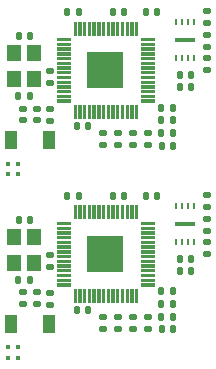
<source format=gtp>
G04 #@! TF.GenerationSoftware,KiCad,Pcbnew,7.0.2-6a45011f42~172~ubuntu22.04.1*
G04 #@! TF.CreationDate,2023-05-25T04:58:00+08:00*
G04 #@! TF.ProjectId,panel_2_1,70616e65-6c5f-4325-9f31-2e6b69636164,rev?*
G04 #@! TF.SameCoordinates,Original*
G04 #@! TF.FileFunction,Paste,Top*
G04 #@! TF.FilePolarity,Positive*
%FSLAX46Y46*%
G04 Gerber Fmt 4.6, Leading zero omitted, Abs format (unit mm)*
G04 Created by KiCad (PCBNEW 7.0.2-6a45011f42~172~ubuntu22.04.1) date 2023-05-25 04:58:00*
%MOMM*%
%LPD*%
G01*
G04 APERTURE LIST*
G04 Aperture macros list*
%AMRoundRect*
0 Rectangle with rounded corners*
0 $1 Rounding radius*
0 $2 $3 $4 $5 $6 $7 $8 $9 X,Y pos of 4 corners*
0 Add a 4 corners polygon primitive as box body*
4,1,4,$2,$3,$4,$5,$6,$7,$8,$9,$2,$3,0*
0 Add four circle primitives for the rounded corners*
1,1,$1+$1,$2,$3*
1,1,$1+$1,$4,$5*
1,1,$1+$1,$6,$7*
1,1,$1+$1,$8,$9*
0 Add four rect primitives between the rounded corners*
20,1,$1+$1,$2,$3,$4,$5,0*
20,1,$1+$1,$4,$5,$6,$7,0*
20,1,$1+$1,$6,$7,$8,$9,0*
20,1,$1+$1,$8,$9,$2,$3,0*%
G04 Aperture macros list end*
%ADD10C,0.120000*%
%ADD11RoundRect,0.135000X-0.185000X0.135000X-0.185000X-0.135000X0.185000X-0.135000X0.185000X0.135000X0*%
%ADD12RoundRect,0.140000X-0.140000X-0.170000X0.140000X-0.170000X0.140000X0.170000X-0.140000X0.170000X0*%
%ADD13R,0.450000X0.450000*%
%ADD14R,0.200000X1.100000*%
%ADD15R,1.100000X0.200000*%
%ADD16R,3.100000X3.100000*%
%ADD17R,0.280000X0.600000*%
%ADD18R,1.700000X0.300000*%
%ADD19RoundRect,0.135000X0.185000X-0.135000X0.185000X0.135000X-0.185000X0.135000X-0.185000X-0.135000X0*%
%ADD20R,1.000000X1.524000*%
%ADD21RoundRect,0.140000X-0.170000X0.140000X-0.170000X-0.140000X0.170000X-0.140000X0.170000X0.140000X0*%
%ADD22RoundRect,0.140000X0.140000X0.170000X-0.140000X0.170000X-0.140000X-0.170000X0.140000X-0.170000X0*%
%ADD23RoundRect,0.135000X-0.135000X-0.185000X0.135000X-0.185000X0.135000X0.185000X-0.135000X0.185000X0*%
%ADD24R,1.200000X1.400000*%
G04 APERTURE END LIST*
G04 #@! TO.C,U1*
D10*
X37400000Y-22355000D02*
X37200000Y-22355000D01*
X37200000Y-21255000D01*
X37400000Y-21255000D01*
X37400000Y-22355000D01*
G36*
X37400000Y-22355000D02*
G01*
X37200000Y-22355000D01*
X37200000Y-21255000D01*
X37400000Y-21255000D01*
X37400000Y-22355000D01*
G37*
X37000000Y-22355000D02*
X36800000Y-22355000D01*
X36800000Y-21255000D01*
X37000000Y-21255000D01*
X37000000Y-22355000D01*
G36*
X37000000Y-22355000D02*
G01*
X36800000Y-22355000D01*
X36800000Y-21255000D01*
X37000000Y-21255000D01*
X37000000Y-22355000D01*
G37*
X36600000Y-22355000D02*
X36400000Y-22355000D01*
X36400000Y-21255000D01*
X36600000Y-21255000D01*
X36600000Y-22355000D01*
G36*
X36600000Y-22355000D02*
G01*
X36400000Y-22355000D01*
X36400000Y-21255000D01*
X36600000Y-21255000D01*
X36600000Y-22355000D01*
G37*
X36200000Y-22355000D02*
X36000000Y-22355000D01*
X36000000Y-21255000D01*
X36200000Y-21255000D01*
X36200000Y-22355000D01*
G36*
X36200000Y-22355000D02*
G01*
X36000000Y-22355000D01*
X36000000Y-21255000D01*
X36200000Y-21255000D01*
X36200000Y-22355000D01*
G37*
X35800000Y-22355000D02*
X35600000Y-22355000D01*
X35600000Y-21255000D01*
X35800000Y-21255000D01*
X35800000Y-22355000D01*
G36*
X35800000Y-22355000D02*
G01*
X35600000Y-22355000D01*
X35600000Y-21255000D01*
X35800000Y-21255000D01*
X35800000Y-22355000D01*
G37*
X35400000Y-22355000D02*
X35200000Y-22355000D01*
X35200000Y-21255000D01*
X35400000Y-21255000D01*
X35400000Y-22355000D01*
G36*
X35400000Y-22355000D02*
G01*
X35200000Y-22355000D01*
X35200000Y-21255000D01*
X35400000Y-21255000D01*
X35400000Y-22355000D01*
G37*
X35000000Y-22355000D02*
X34800000Y-22355000D01*
X34800000Y-21255000D01*
X35000000Y-21255000D01*
X35000000Y-22355000D01*
G36*
X35000000Y-22355000D02*
G01*
X34800000Y-22355000D01*
X34800000Y-21255000D01*
X35000000Y-21255000D01*
X35000000Y-22355000D01*
G37*
X34200000Y-22355000D02*
X34000000Y-22355000D01*
X34000000Y-21255000D01*
X34200000Y-21255000D01*
X34200000Y-22355000D01*
G36*
X34200000Y-22355000D02*
G01*
X34000000Y-22355000D01*
X34000000Y-21255000D01*
X34200000Y-21255000D01*
X34200000Y-22355000D01*
G37*
X33800000Y-22355000D02*
X33600000Y-22355000D01*
X33600000Y-21255000D01*
X33800000Y-21255000D01*
X33800000Y-22355000D01*
G36*
X33800000Y-22355000D02*
G01*
X33600000Y-22355000D01*
X33600000Y-21255000D01*
X33800000Y-21255000D01*
X33800000Y-22355000D01*
G37*
X33400000Y-22355000D02*
X33200000Y-22355000D01*
X33200000Y-21255000D01*
X33400000Y-21255000D01*
X33400000Y-22355000D01*
G36*
X33400000Y-22355000D02*
G01*
X33200000Y-22355000D01*
X33200000Y-21255000D01*
X33400000Y-21255000D01*
X33400000Y-22355000D01*
G37*
X33000000Y-22355000D02*
X32800000Y-22355000D01*
X32800000Y-21255000D01*
X33000000Y-21255000D01*
X33000000Y-22355000D01*
G36*
X33000000Y-22355000D02*
G01*
X32800000Y-22355000D01*
X32800000Y-21255000D01*
X33000000Y-21255000D01*
X33000000Y-22355000D01*
G37*
X32600000Y-22355000D02*
X32400000Y-22355000D01*
X32400000Y-21255000D01*
X32600000Y-21255000D01*
X32600000Y-22355000D01*
G36*
X32600000Y-22355000D02*
G01*
X32400000Y-22355000D01*
X32400000Y-21255000D01*
X32600000Y-21255000D01*
X32600000Y-22355000D01*
G37*
X32200000Y-22355000D02*
X32000000Y-22355000D01*
X32000000Y-21255000D01*
X32200000Y-21255000D01*
X32200000Y-22355000D01*
G36*
X32200000Y-22355000D02*
G01*
X32000000Y-22355000D01*
X32000000Y-21255000D01*
X32200000Y-21255000D01*
X32200000Y-22355000D01*
G37*
X34600000Y-22355000D02*
X34400000Y-22355000D01*
X34400000Y-21255000D01*
X34600000Y-21255000D01*
X34600000Y-22355000D01*
G36*
X34600000Y-22355000D02*
G01*
X34400000Y-22355000D01*
X34400000Y-21255000D01*
X34600000Y-21255000D01*
X34600000Y-22355000D01*
G37*
X38800000Y-22855000D02*
X37700000Y-22855000D01*
X37700000Y-22655000D01*
X38800000Y-22655000D01*
X38800000Y-22855000D01*
G36*
X38800000Y-22855000D02*
G01*
X37700000Y-22855000D01*
X37700000Y-22655000D01*
X38800000Y-22655000D01*
X38800000Y-22855000D01*
G37*
X31700000Y-22855000D02*
X30600000Y-22855000D01*
X30600000Y-22655000D01*
X31700000Y-22655000D01*
X31700000Y-22855000D01*
G36*
X31700000Y-22855000D02*
G01*
X30600000Y-22855000D01*
X30600000Y-22655000D01*
X31700000Y-22655000D01*
X31700000Y-22855000D01*
G37*
X38800000Y-23255000D02*
X37700000Y-23255000D01*
X37700000Y-23055000D01*
X38800000Y-23055000D01*
X38800000Y-23255000D01*
G36*
X38800000Y-23255000D02*
G01*
X37700000Y-23255000D01*
X37700000Y-23055000D01*
X38800000Y-23055000D01*
X38800000Y-23255000D01*
G37*
X31700000Y-23255000D02*
X30600000Y-23255000D01*
X30600000Y-23055000D01*
X31700000Y-23055000D01*
X31700000Y-23255000D01*
G36*
X31700000Y-23255000D02*
G01*
X30600000Y-23255000D01*
X30600000Y-23055000D01*
X31700000Y-23055000D01*
X31700000Y-23255000D01*
G37*
X31700000Y-23655000D02*
X30600000Y-23655000D01*
X30600000Y-23455000D01*
X31700000Y-23455000D01*
X31700000Y-23655000D01*
G36*
X31700000Y-23655000D02*
G01*
X30600000Y-23655000D01*
X30600000Y-23455000D01*
X31700000Y-23455000D01*
X31700000Y-23655000D01*
G37*
X38800000Y-23655000D02*
X37700000Y-23655000D01*
X37700000Y-23455000D01*
X38800000Y-23455000D01*
X38800000Y-23655000D01*
G36*
X38800000Y-23655000D02*
G01*
X37700000Y-23655000D01*
X37700000Y-23455000D01*
X38800000Y-23455000D01*
X38800000Y-23655000D01*
G37*
X31700000Y-24055000D02*
X30600000Y-24055000D01*
X30600000Y-23855000D01*
X31700000Y-23855000D01*
X31700000Y-24055000D01*
G36*
X31700000Y-24055000D02*
G01*
X30600000Y-24055000D01*
X30600000Y-23855000D01*
X31700000Y-23855000D01*
X31700000Y-24055000D01*
G37*
X38800000Y-24055000D02*
X37700000Y-24055000D01*
X37700000Y-23855000D01*
X38800000Y-23855000D01*
X38800000Y-24055000D01*
G36*
X38800000Y-24055000D02*
G01*
X37700000Y-24055000D01*
X37700000Y-23855000D01*
X38800000Y-23855000D01*
X38800000Y-24055000D01*
G37*
X35940000Y-26595000D02*
X33460000Y-26595000D01*
X33460000Y-24115000D01*
X35940000Y-24115000D01*
X35940000Y-26595000D01*
G36*
X35940000Y-26595000D02*
G01*
X33460000Y-26595000D01*
X33460000Y-24115000D01*
X35940000Y-24115000D01*
X35940000Y-26595000D01*
G37*
X38800000Y-24455000D02*
X37700000Y-24455000D01*
X37700000Y-24255000D01*
X38800000Y-24255000D01*
X38800000Y-24455000D01*
G36*
X38800000Y-24455000D02*
G01*
X37700000Y-24455000D01*
X37700000Y-24255000D01*
X38800000Y-24255000D01*
X38800000Y-24455000D01*
G37*
X31700000Y-24455000D02*
X30600000Y-24455000D01*
X30600000Y-24255000D01*
X31700000Y-24255000D01*
X31700000Y-24455000D01*
G36*
X31700000Y-24455000D02*
G01*
X30600000Y-24455000D01*
X30600000Y-24255000D01*
X31700000Y-24255000D01*
X31700000Y-24455000D01*
G37*
X31700000Y-24855000D02*
X30600000Y-24855000D01*
X30600000Y-24655000D01*
X31700000Y-24655000D01*
X31700000Y-24855000D01*
G36*
X31700000Y-24855000D02*
G01*
X30600000Y-24855000D01*
X30600000Y-24655000D01*
X31700000Y-24655000D01*
X31700000Y-24855000D01*
G37*
X38800000Y-24855000D02*
X37700000Y-24855000D01*
X37700000Y-24655000D01*
X38800000Y-24655000D01*
X38800000Y-24855000D01*
G36*
X38800000Y-24855000D02*
G01*
X37700000Y-24855000D01*
X37700000Y-24655000D01*
X38800000Y-24655000D01*
X38800000Y-24855000D01*
G37*
X31700000Y-25255000D02*
X30600000Y-25255000D01*
X30600000Y-25055000D01*
X31700000Y-25055000D01*
X31700000Y-25255000D01*
G36*
X31700000Y-25255000D02*
G01*
X30600000Y-25255000D01*
X30600000Y-25055000D01*
X31700000Y-25055000D01*
X31700000Y-25255000D01*
G37*
X38800000Y-25255000D02*
X37700000Y-25255000D01*
X37700000Y-25055000D01*
X38800000Y-25055000D01*
X38800000Y-25255000D01*
G36*
X38800000Y-25255000D02*
G01*
X37700000Y-25255000D01*
X37700000Y-25055000D01*
X38800000Y-25055000D01*
X38800000Y-25255000D01*
G37*
X38800000Y-25655000D02*
X37700000Y-25655000D01*
X37700000Y-25455000D01*
X38800000Y-25455000D01*
X38800000Y-25655000D01*
G36*
X38800000Y-25655000D02*
G01*
X37700000Y-25655000D01*
X37700000Y-25455000D01*
X38800000Y-25455000D01*
X38800000Y-25655000D01*
G37*
X31700000Y-25655000D02*
X30600000Y-25655000D01*
X30600000Y-25455000D01*
X31700000Y-25455000D01*
X31700000Y-25655000D01*
G36*
X31700000Y-25655000D02*
G01*
X30600000Y-25655000D01*
X30600000Y-25455000D01*
X31700000Y-25455000D01*
X31700000Y-25655000D01*
G37*
X38800000Y-26055000D02*
X37700000Y-26055000D01*
X37700000Y-25855000D01*
X38800000Y-25855000D01*
X38800000Y-26055000D01*
G36*
X38800000Y-26055000D02*
G01*
X37700000Y-26055000D01*
X37700000Y-25855000D01*
X38800000Y-25855000D01*
X38800000Y-26055000D01*
G37*
X31700000Y-26055000D02*
X30600000Y-26055000D01*
X30600000Y-25855000D01*
X31700000Y-25855000D01*
X31700000Y-26055000D01*
G36*
X31700000Y-26055000D02*
G01*
X30600000Y-26055000D01*
X30600000Y-25855000D01*
X31700000Y-25855000D01*
X31700000Y-26055000D01*
G37*
X31700000Y-26455000D02*
X30600000Y-26455000D01*
X30600000Y-26255000D01*
X31700000Y-26255000D01*
X31700000Y-26455000D01*
G36*
X31700000Y-26455000D02*
G01*
X30600000Y-26455000D01*
X30600000Y-26255000D01*
X31700000Y-26255000D01*
X31700000Y-26455000D01*
G37*
X38800000Y-26455000D02*
X37700000Y-26455000D01*
X37700000Y-26255000D01*
X38800000Y-26255000D01*
X38800000Y-26455000D01*
G36*
X38800000Y-26455000D02*
G01*
X37700000Y-26455000D01*
X37700000Y-26255000D01*
X38800000Y-26255000D01*
X38800000Y-26455000D01*
G37*
X31700000Y-26855000D02*
X30600000Y-26855000D01*
X30600000Y-26655000D01*
X31700000Y-26655000D01*
X31700000Y-26855000D01*
G36*
X31700000Y-26855000D02*
G01*
X30600000Y-26855000D01*
X30600000Y-26655000D01*
X31700000Y-26655000D01*
X31700000Y-26855000D01*
G37*
X38800000Y-26855000D02*
X37700000Y-26855000D01*
X37700000Y-26655000D01*
X38800000Y-26655000D01*
X38800000Y-26855000D01*
G36*
X38800000Y-26855000D02*
G01*
X37700000Y-26855000D01*
X37700000Y-26655000D01*
X38800000Y-26655000D01*
X38800000Y-26855000D01*
G37*
X31700000Y-27255000D02*
X30600000Y-27255000D01*
X30600000Y-27055000D01*
X31700000Y-27055000D01*
X31700000Y-27255000D01*
G36*
X31700000Y-27255000D02*
G01*
X30600000Y-27255000D01*
X30600000Y-27055000D01*
X31700000Y-27055000D01*
X31700000Y-27255000D01*
G37*
X38800000Y-27255000D02*
X37700000Y-27255000D01*
X37700000Y-27055000D01*
X38800000Y-27055000D01*
X38800000Y-27255000D01*
G36*
X38800000Y-27255000D02*
G01*
X37700000Y-27255000D01*
X37700000Y-27055000D01*
X38800000Y-27055000D01*
X38800000Y-27255000D01*
G37*
X38800000Y-27655000D02*
X37700000Y-27655000D01*
X37700000Y-27455000D01*
X38800000Y-27455000D01*
X38800000Y-27655000D01*
G36*
X38800000Y-27655000D02*
G01*
X37700000Y-27655000D01*
X37700000Y-27455000D01*
X38800000Y-27455000D01*
X38800000Y-27655000D01*
G37*
X31700000Y-27655000D02*
X30600000Y-27655000D01*
X30600000Y-27455000D01*
X31700000Y-27455000D01*
X31700000Y-27655000D01*
G36*
X31700000Y-27655000D02*
G01*
X30600000Y-27655000D01*
X30600000Y-27455000D01*
X31700000Y-27455000D01*
X31700000Y-27655000D01*
G37*
X38800000Y-28055000D02*
X37700000Y-28055000D01*
X37700000Y-27855000D01*
X38800000Y-27855000D01*
X38800000Y-28055000D01*
G36*
X38800000Y-28055000D02*
G01*
X37700000Y-28055000D01*
X37700000Y-27855000D01*
X38800000Y-27855000D01*
X38800000Y-28055000D01*
G37*
X31700000Y-28055000D02*
X30600000Y-28055000D01*
X30600000Y-27855000D01*
X31700000Y-27855000D01*
X31700000Y-28055000D01*
G36*
X31700000Y-28055000D02*
G01*
X30600000Y-28055000D01*
X30600000Y-27855000D01*
X31700000Y-27855000D01*
X31700000Y-28055000D01*
G37*
X35000000Y-29455000D02*
X34800000Y-29455000D01*
X34800000Y-28355000D01*
X35000000Y-28355000D01*
X35000000Y-29455000D01*
G36*
X35000000Y-29455000D02*
G01*
X34800000Y-29455000D01*
X34800000Y-28355000D01*
X35000000Y-28355000D01*
X35000000Y-29455000D01*
G37*
X32200000Y-29455000D02*
X32000000Y-29455000D01*
X32000000Y-28355000D01*
X32200000Y-28355000D01*
X32200000Y-29455000D01*
G36*
X32200000Y-29455000D02*
G01*
X32000000Y-29455000D01*
X32000000Y-28355000D01*
X32200000Y-28355000D01*
X32200000Y-29455000D01*
G37*
X37400000Y-29455000D02*
X37200000Y-29455000D01*
X37200000Y-28355000D01*
X37400000Y-28355000D01*
X37400000Y-29455000D01*
G36*
X37400000Y-29455000D02*
G01*
X37200000Y-29455000D01*
X37200000Y-28355000D01*
X37400000Y-28355000D01*
X37400000Y-29455000D01*
G37*
X37000000Y-29455000D02*
X36800000Y-29455000D01*
X36800000Y-28355000D01*
X37000000Y-28355000D01*
X37000000Y-29455000D01*
G36*
X37000000Y-29455000D02*
G01*
X36800000Y-29455000D01*
X36800000Y-28355000D01*
X37000000Y-28355000D01*
X37000000Y-29455000D01*
G37*
X36600000Y-29455000D02*
X36400000Y-29455000D01*
X36400000Y-28355000D01*
X36600000Y-28355000D01*
X36600000Y-29455000D01*
G36*
X36600000Y-29455000D02*
G01*
X36400000Y-29455000D01*
X36400000Y-28355000D01*
X36600000Y-28355000D01*
X36600000Y-29455000D01*
G37*
X36200000Y-29455000D02*
X36000000Y-29455000D01*
X36000000Y-28355000D01*
X36200000Y-28355000D01*
X36200000Y-29455000D01*
G36*
X36200000Y-29455000D02*
G01*
X36000000Y-29455000D01*
X36000000Y-28355000D01*
X36200000Y-28355000D01*
X36200000Y-29455000D01*
G37*
X35800000Y-29455000D02*
X35600000Y-29455000D01*
X35600000Y-28355000D01*
X35800000Y-28355000D01*
X35800000Y-29455000D01*
G36*
X35800000Y-29455000D02*
G01*
X35600000Y-29455000D01*
X35600000Y-28355000D01*
X35800000Y-28355000D01*
X35800000Y-29455000D01*
G37*
X35400000Y-29455000D02*
X35200000Y-29455000D01*
X35200000Y-28355000D01*
X35400000Y-28355000D01*
X35400000Y-29455000D01*
G36*
X35400000Y-29455000D02*
G01*
X35200000Y-29455000D01*
X35200000Y-28355000D01*
X35400000Y-28355000D01*
X35400000Y-29455000D01*
G37*
X34600000Y-29455000D02*
X34400000Y-29455000D01*
X34400000Y-28355000D01*
X34600000Y-28355000D01*
X34600000Y-29455000D01*
G36*
X34600000Y-29455000D02*
G01*
X34400000Y-29455000D01*
X34400000Y-28355000D01*
X34600000Y-28355000D01*
X34600000Y-29455000D01*
G37*
X34200000Y-29455000D02*
X34000000Y-29455000D01*
X34000000Y-28355000D01*
X34200000Y-28355000D01*
X34200000Y-29455000D01*
G36*
X34200000Y-29455000D02*
G01*
X34000000Y-29455000D01*
X34000000Y-28355000D01*
X34200000Y-28355000D01*
X34200000Y-29455000D01*
G37*
X33800000Y-29455000D02*
X33600000Y-29455000D01*
X33600000Y-28355000D01*
X33800000Y-28355000D01*
X33800000Y-29455000D01*
G36*
X33800000Y-29455000D02*
G01*
X33600000Y-29455000D01*
X33600000Y-28355000D01*
X33800000Y-28355000D01*
X33800000Y-29455000D01*
G37*
X33400000Y-29455000D02*
X33200000Y-29455000D01*
X33200000Y-28355000D01*
X33400000Y-28355000D01*
X33400000Y-29455000D01*
G36*
X33400000Y-29455000D02*
G01*
X33200000Y-29455000D01*
X33200000Y-28355000D01*
X33400000Y-28355000D01*
X33400000Y-29455000D01*
G37*
X33000000Y-29455000D02*
X32800000Y-29455000D01*
X32800000Y-28355000D01*
X33000000Y-28355000D01*
X33000000Y-29455000D01*
G36*
X33000000Y-29455000D02*
G01*
X32800000Y-29455000D01*
X32800000Y-28355000D01*
X33000000Y-28355000D01*
X33000000Y-29455000D01*
G37*
X32600000Y-29455000D02*
X32400000Y-29455000D01*
X32400000Y-28355000D01*
X32600000Y-28355000D01*
X32600000Y-29455000D01*
G36*
X32600000Y-29455000D02*
G01*
X32400000Y-29455000D01*
X32400000Y-28355000D01*
X32600000Y-28355000D01*
X32600000Y-29455000D01*
G37*
X37400000Y-37915000D02*
X37200000Y-37915000D01*
X37200000Y-36815000D01*
X37400000Y-36815000D01*
X37400000Y-37915000D01*
G36*
X37400000Y-37915000D02*
G01*
X37200000Y-37915000D01*
X37200000Y-36815000D01*
X37400000Y-36815000D01*
X37400000Y-37915000D01*
G37*
X37000000Y-37915000D02*
X36800000Y-37915000D01*
X36800000Y-36815000D01*
X37000000Y-36815000D01*
X37000000Y-37915000D01*
G36*
X37000000Y-37915000D02*
G01*
X36800000Y-37915000D01*
X36800000Y-36815000D01*
X37000000Y-36815000D01*
X37000000Y-37915000D01*
G37*
X36600000Y-37915000D02*
X36400000Y-37915000D01*
X36400000Y-36815000D01*
X36600000Y-36815000D01*
X36600000Y-37915000D01*
G36*
X36600000Y-37915000D02*
G01*
X36400000Y-37915000D01*
X36400000Y-36815000D01*
X36600000Y-36815000D01*
X36600000Y-37915000D01*
G37*
X36200000Y-37915000D02*
X36000000Y-37915000D01*
X36000000Y-36815000D01*
X36200000Y-36815000D01*
X36200000Y-37915000D01*
G36*
X36200000Y-37915000D02*
G01*
X36000000Y-37915000D01*
X36000000Y-36815000D01*
X36200000Y-36815000D01*
X36200000Y-37915000D01*
G37*
X35800000Y-37915000D02*
X35600000Y-37915000D01*
X35600000Y-36815000D01*
X35800000Y-36815000D01*
X35800000Y-37915000D01*
G36*
X35800000Y-37915000D02*
G01*
X35600000Y-37915000D01*
X35600000Y-36815000D01*
X35800000Y-36815000D01*
X35800000Y-37915000D01*
G37*
X35400000Y-37915000D02*
X35200000Y-37915000D01*
X35200000Y-36815000D01*
X35400000Y-36815000D01*
X35400000Y-37915000D01*
G36*
X35400000Y-37915000D02*
G01*
X35200000Y-37915000D01*
X35200000Y-36815000D01*
X35400000Y-36815000D01*
X35400000Y-37915000D01*
G37*
X35000000Y-37915000D02*
X34800000Y-37915000D01*
X34800000Y-36815000D01*
X35000000Y-36815000D01*
X35000000Y-37915000D01*
G36*
X35000000Y-37915000D02*
G01*
X34800000Y-37915000D01*
X34800000Y-36815000D01*
X35000000Y-36815000D01*
X35000000Y-37915000D01*
G37*
X34200000Y-37915000D02*
X34000000Y-37915000D01*
X34000000Y-36815000D01*
X34200000Y-36815000D01*
X34200000Y-37915000D01*
G36*
X34200000Y-37915000D02*
G01*
X34000000Y-37915000D01*
X34000000Y-36815000D01*
X34200000Y-36815000D01*
X34200000Y-37915000D01*
G37*
X33800000Y-37915000D02*
X33600000Y-37915000D01*
X33600000Y-36815000D01*
X33800000Y-36815000D01*
X33800000Y-37915000D01*
G36*
X33800000Y-37915000D02*
G01*
X33600000Y-37915000D01*
X33600000Y-36815000D01*
X33800000Y-36815000D01*
X33800000Y-37915000D01*
G37*
X33400000Y-37915000D02*
X33200000Y-37915000D01*
X33200000Y-36815000D01*
X33400000Y-36815000D01*
X33400000Y-37915000D01*
G36*
X33400000Y-37915000D02*
G01*
X33200000Y-37915000D01*
X33200000Y-36815000D01*
X33400000Y-36815000D01*
X33400000Y-37915000D01*
G37*
X33000000Y-37915000D02*
X32800000Y-37915000D01*
X32800000Y-36815000D01*
X33000000Y-36815000D01*
X33000000Y-37915000D01*
G36*
X33000000Y-37915000D02*
G01*
X32800000Y-37915000D01*
X32800000Y-36815000D01*
X33000000Y-36815000D01*
X33000000Y-37915000D01*
G37*
X32600000Y-37915000D02*
X32400000Y-37915000D01*
X32400000Y-36815000D01*
X32600000Y-36815000D01*
X32600000Y-37915000D01*
G36*
X32600000Y-37915000D02*
G01*
X32400000Y-37915000D01*
X32400000Y-36815000D01*
X32600000Y-36815000D01*
X32600000Y-37915000D01*
G37*
X32200000Y-37915000D02*
X32000000Y-37915000D01*
X32000000Y-36815000D01*
X32200000Y-36815000D01*
X32200000Y-37915000D01*
G36*
X32200000Y-37915000D02*
G01*
X32000000Y-37915000D01*
X32000000Y-36815000D01*
X32200000Y-36815000D01*
X32200000Y-37915000D01*
G37*
X34600000Y-37915000D02*
X34400000Y-37915000D01*
X34400000Y-36815000D01*
X34600000Y-36815000D01*
X34600000Y-37915000D01*
G36*
X34600000Y-37915000D02*
G01*
X34400000Y-37915000D01*
X34400000Y-36815000D01*
X34600000Y-36815000D01*
X34600000Y-37915000D01*
G37*
X38800000Y-38415000D02*
X37700000Y-38415000D01*
X37700000Y-38215000D01*
X38800000Y-38215000D01*
X38800000Y-38415000D01*
G36*
X38800000Y-38415000D02*
G01*
X37700000Y-38415000D01*
X37700000Y-38215000D01*
X38800000Y-38215000D01*
X38800000Y-38415000D01*
G37*
X31700000Y-38415000D02*
X30600000Y-38415000D01*
X30600000Y-38215000D01*
X31700000Y-38215000D01*
X31700000Y-38415000D01*
G36*
X31700000Y-38415000D02*
G01*
X30600000Y-38415000D01*
X30600000Y-38215000D01*
X31700000Y-38215000D01*
X31700000Y-38415000D01*
G37*
X38800000Y-38815000D02*
X37700000Y-38815000D01*
X37700000Y-38615000D01*
X38800000Y-38615000D01*
X38800000Y-38815000D01*
G36*
X38800000Y-38815000D02*
G01*
X37700000Y-38815000D01*
X37700000Y-38615000D01*
X38800000Y-38615000D01*
X38800000Y-38815000D01*
G37*
X31700000Y-38815000D02*
X30600000Y-38815000D01*
X30600000Y-38615000D01*
X31700000Y-38615000D01*
X31700000Y-38815000D01*
G36*
X31700000Y-38815000D02*
G01*
X30600000Y-38815000D01*
X30600000Y-38615000D01*
X31700000Y-38615000D01*
X31700000Y-38815000D01*
G37*
X31700000Y-39215000D02*
X30600000Y-39215000D01*
X30600000Y-39015000D01*
X31700000Y-39015000D01*
X31700000Y-39215000D01*
G36*
X31700000Y-39215000D02*
G01*
X30600000Y-39215000D01*
X30600000Y-39015000D01*
X31700000Y-39015000D01*
X31700000Y-39215000D01*
G37*
X38800000Y-39215000D02*
X37700000Y-39215000D01*
X37700000Y-39015000D01*
X38800000Y-39015000D01*
X38800000Y-39215000D01*
G36*
X38800000Y-39215000D02*
G01*
X37700000Y-39215000D01*
X37700000Y-39015000D01*
X38800000Y-39015000D01*
X38800000Y-39215000D01*
G37*
X31700000Y-39615000D02*
X30600000Y-39615000D01*
X30600000Y-39415000D01*
X31700000Y-39415000D01*
X31700000Y-39615000D01*
G36*
X31700000Y-39615000D02*
G01*
X30600000Y-39615000D01*
X30600000Y-39415000D01*
X31700000Y-39415000D01*
X31700000Y-39615000D01*
G37*
X38800000Y-39615000D02*
X37700000Y-39615000D01*
X37700000Y-39415000D01*
X38800000Y-39415000D01*
X38800000Y-39615000D01*
G36*
X38800000Y-39615000D02*
G01*
X37700000Y-39615000D01*
X37700000Y-39415000D01*
X38800000Y-39415000D01*
X38800000Y-39615000D01*
G37*
X35940000Y-42155000D02*
X33460000Y-42155000D01*
X33460000Y-39675000D01*
X35940000Y-39675000D01*
X35940000Y-42155000D01*
G36*
X35940000Y-42155000D02*
G01*
X33460000Y-42155000D01*
X33460000Y-39675000D01*
X35940000Y-39675000D01*
X35940000Y-42155000D01*
G37*
X38800000Y-40015000D02*
X37700000Y-40015000D01*
X37700000Y-39815000D01*
X38800000Y-39815000D01*
X38800000Y-40015000D01*
G36*
X38800000Y-40015000D02*
G01*
X37700000Y-40015000D01*
X37700000Y-39815000D01*
X38800000Y-39815000D01*
X38800000Y-40015000D01*
G37*
X31700000Y-40015000D02*
X30600000Y-40015000D01*
X30600000Y-39815000D01*
X31700000Y-39815000D01*
X31700000Y-40015000D01*
G36*
X31700000Y-40015000D02*
G01*
X30600000Y-40015000D01*
X30600000Y-39815000D01*
X31700000Y-39815000D01*
X31700000Y-40015000D01*
G37*
X31700000Y-40415000D02*
X30600000Y-40415000D01*
X30600000Y-40215000D01*
X31700000Y-40215000D01*
X31700000Y-40415000D01*
G36*
X31700000Y-40415000D02*
G01*
X30600000Y-40415000D01*
X30600000Y-40215000D01*
X31700000Y-40215000D01*
X31700000Y-40415000D01*
G37*
X38800000Y-40415000D02*
X37700000Y-40415000D01*
X37700000Y-40215000D01*
X38800000Y-40215000D01*
X38800000Y-40415000D01*
G36*
X38800000Y-40415000D02*
G01*
X37700000Y-40415000D01*
X37700000Y-40215000D01*
X38800000Y-40215000D01*
X38800000Y-40415000D01*
G37*
X31700000Y-40815000D02*
X30600000Y-40815000D01*
X30600000Y-40615000D01*
X31700000Y-40615000D01*
X31700000Y-40815000D01*
G36*
X31700000Y-40815000D02*
G01*
X30600000Y-40815000D01*
X30600000Y-40615000D01*
X31700000Y-40615000D01*
X31700000Y-40815000D01*
G37*
X38800000Y-40815000D02*
X37700000Y-40815000D01*
X37700000Y-40615000D01*
X38800000Y-40615000D01*
X38800000Y-40815000D01*
G36*
X38800000Y-40815000D02*
G01*
X37700000Y-40815000D01*
X37700000Y-40615000D01*
X38800000Y-40615000D01*
X38800000Y-40815000D01*
G37*
X38800000Y-41215000D02*
X37700000Y-41215000D01*
X37700000Y-41015000D01*
X38800000Y-41015000D01*
X38800000Y-41215000D01*
G36*
X38800000Y-41215000D02*
G01*
X37700000Y-41215000D01*
X37700000Y-41015000D01*
X38800000Y-41015000D01*
X38800000Y-41215000D01*
G37*
X31700000Y-41215000D02*
X30600000Y-41215000D01*
X30600000Y-41015000D01*
X31700000Y-41015000D01*
X31700000Y-41215000D01*
G36*
X31700000Y-41215000D02*
G01*
X30600000Y-41215000D01*
X30600000Y-41015000D01*
X31700000Y-41015000D01*
X31700000Y-41215000D01*
G37*
X38800000Y-41615000D02*
X37700000Y-41615000D01*
X37700000Y-41415000D01*
X38800000Y-41415000D01*
X38800000Y-41615000D01*
G36*
X38800000Y-41615000D02*
G01*
X37700000Y-41615000D01*
X37700000Y-41415000D01*
X38800000Y-41415000D01*
X38800000Y-41615000D01*
G37*
X31700000Y-41615000D02*
X30600000Y-41615000D01*
X30600000Y-41415000D01*
X31700000Y-41415000D01*
X31700000Y-41615000D01*
G36*
X31700000Y-41615000D02*
G01*
X30600000Y-41615000D01*
X30600000Y-41415000D01*
X31700000Y-41415000D01*
X31700000Y-41615000D01*
G37*
X31700000Y-42015000D02*
X30600000Y-42015000D01*
X30600000Y-41815000D01*
X31700000Y-41815000D01*
X31700000Y-42015000D01*
G36*
X31700000Y-42015000D02*
G01*
X30600000Y-42015000D01*
X30600000Y-41815000D01*
X31700000Y-41815000D01*
X31700000Y-42015000D01*
G37*
X38800000Y-42015000D02*
X37700000Y-42015000D01*
X37700000Y-41815000D01*
X38800000Y-41815000D01*
X38800000Y-42015000D01*
G36*
X38800000Y-42015000D02*
G01*
X37700000Y-42015000D01*
X37700000Y-41815000D01*
X38800000Y-41815000D01*
X38800000Y-42015000D01*
G37*
X31700000Y-42415000D02*
X30600000Y-42415000D01*
X30600000Y-42215000D01*
X31700000Y-42215000D01*
X31700000Y-42415000D01*
G36*
X31700000Y-42415000D02*
G01*
X30600000Y-42415000D01*
X30600000Y-42215000D01*
X31700000Y-42215000D01*
X31700000Y-42415000D01*
G37*
X38800000Y-42415000D02*
X37700000Y-42415000D01*
X37700000Y-42215000D01*
X38800000Y-42215000D01*
X38800000Y-42415000D01*
G36*
X38800000Y-42415000D02*
G01*
X37700000Y-42415000D01*
X37700000Y-42215000D01*
X38800000Y-42215000D01*
X38800000Y-42415000D01*
G37*
X31700000Y-42815000D02*
X30600000Y-42815000D01*
X30600000Y-42615000D01*
X31700000Y-42615000D01*
X31700000Y-42815000D01*
G36*
X31700000Y-42815000D02*
G01*
X30600000Y-42815000D01*
X30600000Y-42615000D01*
X31700000Y-42615000D01*
X31700000Y-42815000D01*
G37*
X38800000Y-42815000D02*
X37700000Y-42815000D01*
X37700000Y-42615000D01*
X38800000Y-42615000D01*
X38800000Y-42815000D01*
G36*
X38800000Y-42815000D02*
G01*
X37700000Y-42815000D01*
X37700000Y-42615000D01*
X38800000Y-42615000D01*
X38800000Y-42815000D01*
G37*
X38800000Y-43215000D02*
X37700000Y-43215000D01*
X37700000Y-43015000D01*
X38800000Y-43015000D01*
X38800000Y-43215000D01*
G36*
X38800000Y-43215000D02*
G01*
X37700000Y-43215000D01*
X37700000Y-43015000D01*
X38800000Y-43015000D01*
X38800000Y-43215000D01*
G37*
X31700000Y-43215000D02*
X30600000Y-43215000D01*
X30600000Y-43015000D01*
X31700000Y-43015000D01*
X31700000Y-43215000D01*
G36*
X31700000Y-43215000D02*
G01*
X30600000Y-43215000D01*
X30600000Y-43015000D01*
X31700000Y-43015000D01*
X31700000Y-43215000D01*
G37*
X38800000Y-43615000D02*
X37700000Y-43615000D01*
X37700000Y-43415000D01*
X38800000Y-43415000D01*
X38800000Y-43615000D01*
G36*
X38800000Y-43615000D02*
G01*
X37700000Y-43615000D01*
X37700000Y-43415000D01*
X38800000Y-43415000D01*
X38800000Y-43615000D01*
G37*
X31700000Y-43615000D02*
X30600000Y-43615000D01*
X30600000Y-43415000D01*
X31700000Y-43415000D01*
X31700000Y-43615000D01*
G36*
X31700000Y-43615000D02*
G01*
X30600000Y-43615000D01*
X30600000Y-43415000D01*
X31700000Y-43415000D01*
X31700000Y-43615000D01*
G37*
X35000000Y-45015000D02*
X34800000Y-45015000D01*
X34800000Y-43915000D01*
X35000000Y-43915000D01*
X35000000Y-45015000D01*
G36*
X35000000Y-45015000D02*
G01*
X34800000Y-45015000D01*
X34800000Y-43915000D01*
X35000000Y-43915000D01*
X35000000Y-45015000D01*
G37*
X32200000Y-45015000D02*
X32000000Y-45015000D01*
X32000000Y-43915000D01*
X32200000Y-43915000D01*
X32200000Y-45015000D01*
G36*
X32200000Y-45015000D02*
G01*
X32000000Y-45015000D01*
X32000000Y-43915000D01*
X32200000Y-43915000D01*
X32200000Y-45015000D01*
G37*
X37400000Y-45015000D02*
X37200000Y-45015000D01*
X37200000Y-43915000D01*
X37400000Y-43915000D01*
X37400000Y-45015000D01*
G36*
X37400000Y-45015000D02*
G01*
X37200000Y-45015000D01*
X37200000Y-43915000D01*
X37400000Y-43915000D01*
X37400000Y-45015000D01*
G37*
X37000000Y-45015000D02*
X36800000Y-45015000D01*
X36800000Y-43915000D01*
X37000000Y-43915000D01*
X37000000Y-45015000D01*
G36*
X37000000Y-45015000D02*
G01*
X36800000Y-45015000D01*
X36800000Y-43915000D01*
X37000000Y-43915000D01*
X37000000Y-45015000D01*
G37*
X36600000Y-45015000D02*
X36400000Y-45015000D01*
X36400000Y-43915000D01*
X36600000Y-43915000D01*
X36600000Y-45015000D01*
G36*
X36600000Y-45015000D02*
G01*
X36400000Y-45015000D01*
X36400000Y-43915000D01*
X36600000Y-43915000D01*
X36600000Y-45015000D01*
G37*
X36200000Y-45015000D02*
X36000000Y-45015000D01*
X36000000Y-43915000D01*
X36200000Y-43915000D01*
X36200000Y-45015000D01*
G36*
X36200000Y-45015000D02*
G01*
X36000000Y-45015000D01*
X36000000Y-43915000D01*
X36200000Y-43915000D01*
X36200000Y-45015000D01*
G37*
X35800000Y-45015000D02*
X35600000Y-45015000D01*
X35600000Y-43915000D01*
X35800000Y-43915000D01*
X35800000Y-45015000D01*
G36*
X35800000Y-45015000D02*
G01*
X35600000Y-45015000D01*
X35600000Y-43915000D01*
X35800000Y-43915000D01*
X35800000Y-45015000D01*
G37*
X35400000Y-45015000D02*
X35200000Y-45015000D01*
X35200000Y-43915000D01*
X35400000Y-43915000D01*
X35400000Y-45015000D01*
G36*
X35400000Y-45015000D02*
G01*
X35200000Y-45015000D01*
X35200000Y-43915000D01*
X35400000Y-43915000D01*
X35400000Y-45015000D01*
G37*
X34600000Y-45015000D02*
X34400000Y-45015000D01*
X34400000Y-43915000D01*
X34600000Y-43915000D01*
X34600000Y-45015000D01*
G36*
X34600000Y-45015000D02*
G01*
X34400000Y-45015000D01*
X34400000Y-43915000D01*
X34600000Y-43915000D01*
X34600000Y-45015000D01*
G37*
X34200000Y-45015000D02*
X34000000Y-45015000D01*
X34000000Y-43915000D01*
X34200000Y-43915000D01*
X34200000Y-45015000D01*
G36*
X34200000Y-45015000D02*
G01*
X34000000Y-45015000D01*
X34000000Y-43915000D01*
X34200000Y-43915000D01*
X34200000Y-45015000D01*
G37*
X33800000Y-45015000D02*
X33600000Y-45015000D01*
X33600000Y-43915000D01*
X33800000Y-43915000D01*
X33800000Y-45015000D01*
G36*
X33800000Y-45015000D02*
G01*
X33600000Y-45015000D01*
X33600000Y-43915000D01*
X33800000Y-43915000D01*
X33800000Y-45015000D01*
G37*
X33400000Y-45015000D02*
X33200000Y-45015000D01*
X33200000Y-43915000D01*
X33400000Y-43915000D01*
X33400000Y-45015000D01*
G36*
X33400000Y-45015000D02*
G01*
X33200000Y-45015000D01*
X33200000Y-43915000D01*
X33400000Y-43915000D01*
X33400000Y-45015000D01*
G37*
X33000000Y-45015000D02*
X32800000Y-45015000D01*
X32800000Y-43915000D01*
X33000000Y-43915000D01*
X33000000Y-45015000D01*
G36*
X33000000Y-45015000D02*
G01*
X32800000Y-45015000D01*
X32800000Y-43915000D01*
X33000000Y-43915000D01*
X33000000Y-45015000D01*
G37*
X32600000Y-45015000D02*
X32400000Y-45015000D01*
X32400000Y-43915000D01*
X32600000Y-43915000D01*
X32600000Y-45015000D01*
G36*
X32600000Y-45015000D02*
G01*
X32400000Y-45015000D01*
X32400000Y-43915000D01*
X32600000Y-43915000D01*
X32600000Y-45015000D01*
G37*
G04 #@! TD*
D11*
G04 #@! TO.C,R10*
X37045000Y-30710000D03*
X37045000Y-31730000D03*
G04 #@! TD*
D12*
G04 #@! TO.C,C10*
X41015000Y-42400000D03*
X41975000Y-42400000D03*
G04 #@! TD*
D13*
G04 #@! TO.C,U5*
X26432500Y-48855000D03*
X27282500Y-48855000D03*
X26432500Y-49705000D03*
X27282500Y-49705000D03*
G04 #@! TD*
D11*
G04 #@! TO.C,R5*
X43295000Y-20400000D03*
X43295000Y-21420000D03*
G04 #@! TD*
D12*
G04 #@! TO.C,C8*
X39445000Y-31760000D03*
X40405000Y-31760000D03*
G04 #@! TD*
D14*
G04 #@! TO.C,U1*
X37300000Y-21805000D03*
X36900000Y-21805000D03*
X36500000Y-21805000D03*
X36100000Y-21805000D03*
X35700000Y-21805000D03*
X35300000Y-21805000D03*
X34900000Y-21805000D03*
X34500000Y-21805000D03*
X34100000Y-21805000D03*
X33700000Y-21805000D03*
X33300000Y-21805000D03*
X32900000Y-21805000D03*
X32500000Y-21805000D03*
X32100000Y-21805000D03*
D15*
X31150000Y-22755000D03*
X31150000Y-23155000D03*
X31150000Y-23555000D03*
X31150000Y-23955000D03*
X31150000Y-24355000D03*
X31150000Y-24755000D03*
X31150000Y-25155000D03*
X31150000Y-25555000D03*
X31150000Y-25955000D03*
X31150000Y-26355000D03*
X31150000Y-26755000D03*
X31150000Y-27155000D03*
X31150000Y-27555000D03*
X31150000Y-27955000D03*
D14*
X32100000Y-28905000D03*
X32500000Y-28905000D03*
X32900000Y-28905000D03*
X33300000Y-28905000D03*
X33700000Y-28905000D03*
X34100000Y-28905000D03*
X34500000Y-28905000D03*
X34900000Y-28905000D03*
X35300000Y-28905000D03*
X35700000Y-28905000D03*
X36100000Y-28905000D03*
X36500000Y-28905000D03*
X36900000Y-28905000D03*
X37300000Y-28905000D03*
D15*
X38250000Y-27955000D03*
X38250000Y-27555000D03*
X38250000Y-27155000D03*
X38250000Y-26755000D03*
X38250000Y-26355000D03*
X38250000Y-25955000D03*
X38250000Y-25555000D03*
X38250000Y-25155000D03*
X38250000Y-24755000D03*
X38250000Y-24355000D03*
X38250000Y-23955000D03*
X38250000Y-23555000D03*
X38250000Y-23155000D03*
X38250000Y-22755000D03*
D16*
X34700000Y-25355000D03*
G04 #@! TD*
D17*
G04 #@! TO.C,U2*
X42170000Y-21335500D03*
X41670000Y-21335500D03*
X41170000Y-21335500D03*
X40670000Y-21335500D03*
X40670000Y-24349500D03*
X41170000Y-24349500D03*
X41670000Y-24349500D03*
X42170000Y-24349500D03*
D18*
X41420000Y-22842500D03*
G04 #@! TD*
D19*
G04 #@! TO.C,R1*
X29995000Y-26450000D03*
X29995000Y-25430000D03*
G04 #@! TD*
D12*
G04 #@! TO.C,C11*
X38115000Y-36020000D03*
X39075000Y-36020000D03*
G04 #@! TD*
D11*
G04 #@! TO.C,R11*
X38325000Y-30710000D03*
X38325000Y-31730000D03*
G04 #@! TD*
D14*
G04 #@! TO.C,U1*
X37300000Y-37365000D03*
X36900000Y-37365000D03*
X36500000Y-37365000D03*
X36100000Y-37365000D03*
X35700000Y-37365000D03*
X35300000Y-37365000D03*
X34900000Y-37365000D03*
X34500000Y-37365000D03*
X34100000Y-37365000D03*
X33700000Y-37365000D03*
X33300000Y-37365000D03*
X32900000Y-37365000D03*
X32500000Y-37365000D03*
X32100000Y-37365000D03*
D15*
X31150000Y-38315000D03*
X31150000Y-38715000D03*
X31150000Y-39115000D03*
X31150000Y-39515000D03*
X31150000Y-39915000D03*
X31150000Y-40315000D03*
X31150000Y-40715000D03*
X31150000Y-41115000D03*
X31150000Y-41515000D03*
X31150000Y-41915000D03*
X31150000Y-42315000D03*
X31150000Y-42715000D03*
X31150000Y-43115000D03*
X31150000Y-43515000D03*
D14*
X32100000Y-44465000D03*
X32500000Y-44465000D03*
X32900000Y-44465000D03*
X33300000Y-44465000D03*
X33700000Y-44465000D03*
X34100000Y-44465000D03*
X34500000Y-44465000D03*
X34900000Y-44465000D03*
X35300000Y-44465000D03*
X35700000Y-44465000D03*
X36100000Y-44465000D03*
X36500000Y-44465000D03*
X36900000Y-44465000D03*
X37300000Y-44465000D03*
D15*
X38250000Y-43515000D03*
X38250000Y-43115000D03*
X38250000Y-42715000D03*
X38250000Y-42315000D03*
X38250000Y-41915000D03*
X38250000Y-41515000D03*
X38250000Y-41115000D03*
X38250000Y-40715000D03*
X38250000Y-40315000D03*
X38250000Y-39915000D03*
X38250000Y-39515000D03*
X38250000Y-39115000D03*
X38250000Y-38715000D03*
X38250000Y-38315000D03*
D16*
X34700000Y-40915000D03*
G04 #@! TD*
D12*
G04 #@! TO.C,C1*
X27325000Y-27570000D03*
X28285000Y-27570000D03*
G04 #@! TD*
G04 #@! TO.C,C3*
X27345000Y-38060000D03*
X28305000Y-38060000D03*
G04 #@! TD*
G04 #@! TO.C,C2*
X41015000Y-25780000D03*
X41975000Y-25780000D03*
G04 #@! TD*
D20*
G04 #@! TO.C,SW1*
X26705000Y-46860000D03*
X29905000Y-46860000D03*
G04 #@! TD*
D13*
G04 #@! TO.C,U5*
X26432500Y-33295000D03*
X27282500Y-33295000D03*
X26432500Y-34145000D03*
X27282500Y-34145000D03*
G04 #@! TD*
D11*
G04 #@! TO.C,R9*
X35765000Y-46270000D03*
X35765000Y-47290000D03*
G04 #@! TD*
D21*
G04 #@! TO.C,C14*
X43295000Y-24380000D03*
X43295000Y-25340000D03*
G04 #@! TD*
D12*
G04 #@! TO.C,C12*
X35350000Y-20465000D03*
X36310000Y-20465000D03*
G04 #@! TD*
D21*
G04 #@! TO.C,C13*
X27735000Y-44185000D03*
X27735000Y-45145000D03*
G04 #@! TD*
G04 #@! TO.C,C4*
X28865000Y-44180000D03*
X28865000Y-45140000D03*
G04 #@! TD*
D17*
G04 #@! TO.C,U2*
X42170000Y-36895500D03*
X41670000Y-36895500D03*
X41170000Y-36895500D03*
X40670000Y-36895500D03*
X40670000Y-39909500D03*
X41170000Y-39909500D03*
X41670000Y-39909500D03*
X42170000Y-39909500D03*
D18*
X41420000Y-38402500D03*
G04 #@! TD*
D12*
G04 #@! TO.C,C10*
X41015000Y-26840000D03*
X41975000Y-26840000D03*
G04 #@! TD*
D11*
G04 #@! TO.C,R8*
X34485000Y-30710000D03*
X34485000Y-31730000D03*
G04 #@! TD*
D19*
G04 #@! TO.C,R1*
X29995000Y-42010000D03*
X29995000Y-40990000D03*
G04 #@! TD*
D11*
G04 #@! TO.C,R10*
X37045000Y-46270000D03*
X37045000Y-47290000D03*
G04 #@! TD*
D21*
G04 #@! TO.C,C13*
X27735000Y-28625000D03*
X27735000Y-29585000D03*
G04 #@! TD*
D19*
G04 #@! TO.C,R6*
X43295000Y-23405000D03*
X43295000Y-22385000D03*
G04 #@! TD*
D12*
G04 #@! TO.C,C3*
X27345000Y-22500000D03*
X28305000Y-22500000D03*
G04 #@! TD*
G04 #@! TO.C,C9*
X39440000Y-30675000D03*
X40400000Y-30675000D03*
G04 #@! TD*
D11*
G04 #@! TO.C,R8*
X34485000Y-46270000D03*
X34485000Y-47290000D03*
G04 #@! TD*
D12*
G04 #@! TO.C,C8*
X39445000Y-47320000D03*
X40405000Y-47320000D03*
G04 #@! TD*
D22*
G04 #@! TO.C,C6*
X40400000Y-29607500D03*
X39440000Y-29607500D03*
G04 #@! TD*
G04 #@! TO.C,C6*
X40400000Y-45167500D03*
X39440000Y-45167500D03*
G04 #@! TD*
D12*
G04 #@! TO.C,C5*
X39440000Y-28540000D03*
X40400000Y-28540000D03*
G04 #@! TD*
D23*
G04 #@! TO.C,R12*
X31435000Y-36040000D03*
X32455000Y-36040000D03*
G04 #@! TD*
D24*
G04 #@! TO.C,X1*
X28667000Y-26133000D03*
X28667000Y-23933000D03*
X26917000Y-23933000D03*
X26917000Y-26133000D03*
G04 #@! TD*
D11*
G04 #@! TO.C,R9*
X35765000Y-30710000D03*
X35765000Y-31730000D03*
G04 #@! TD*
G04 #@! TO.C,R11*
X38325000Y-46270000D03*
X38325000Y-47290000D03*
G04 #@! TD*
D21*
G04 #@! TO.C,C14*
X43295000Y-39940000D03*
X43295000Y-40900000D03*
G04 #@! TD*
D12*
G04 #@! TO.C,C1*
X27325000Y-43130000D03*
X28285000Y-43130000D03*
G04 #@! TD*
D24*
G04 #@! TO.C,X1*
X28667000Y-41693000D03*
X28667000Y-39493000D03*
X26917000Y-39493000D03*
X26917000Y-41693000D03*
G04 #@! TD*
D12*
G04 #@! TO.C,C9*
X39440000Y-46235000D03*
X40400000Y-46235000D03*
G04 #@! TD*
D22*
G04 #@! TO.C,C7*
X33225000Y-30110000D03*
X32265000Y-30110000D03*
G04 #@! TD*
G04 #@! TO.C,C7*
X33225000Y-45670000D03*
X32265000Y-45670000D03*
G04 #@! TD*
D19*
G04 #@! TO.C,R2*
X30025000Y-45270000D03*
X30025000Y-44250000D03*
G04 #@! TD*
D12*
G04 #@! TO.C,C12*
X35350000Y-36025000D03*
X36310000Y-36025000D03*
G04 #@! TD*
G04 #@! TO.C,C11*
X38115000Y-20460000D03*
X39075000Y-20460000D03*
G04 #@! TD*
D21*
G04 #@! TO.C,C4*
X28865000Y-28620000D03*
X28865000Y-29580000D03*
G04 #@! TD*
D12*
G04 #@! TO.C,C5*
X39440000Y-44100000D03*
X40400000Y-44100000D03*
G04 #@! TD*
D20*
G04 #@! TO.C,SW1*
X26705000Y-31300000D03*
X29905000Y-31300000D03*
G04 #@! TD*
D19*
G04 #@! TO.C,R2*
X30025000Y-29710000D03*
X30025000Y-28690000D03*
G04 #@! TD*
D11*
G04 #@! TO.C,R5*
X43295000Y-35960000D03*
X43295000Y-36980000D03*
G04 #@! TD*
D23*
G04 #@! TO.C,R12*
X31435000Y-20480000D03*
X32455000Y-20480000D03*
G04 #@! TD*
D19*
G04 #@! TO.C,R6*
X43295000Y-38965000D03*
X43295000Y-37945000D03*
G04 #@! TD*
D12*
G04 #@! TO.C,C2*
X41015000Y-41340000D03*
X41975000Y-41340000D03*
G04 #@! TD*
M02*

</source>
